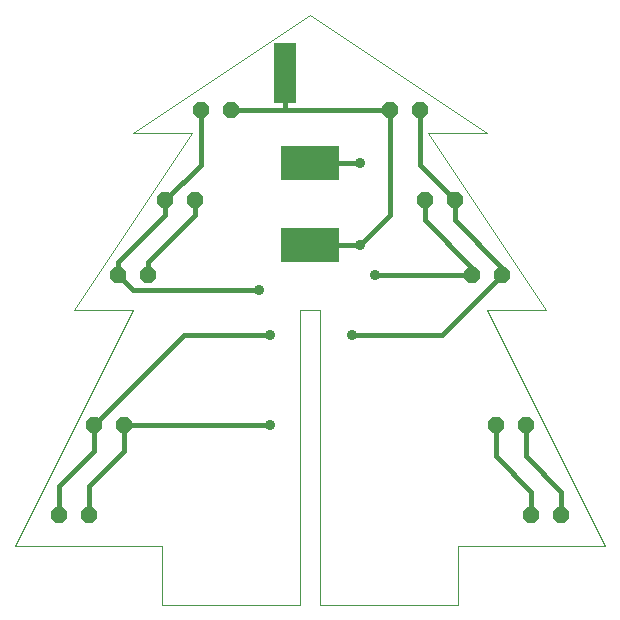
<source format=gbl>
G75*
G70*
%OFA0B0*%
%FSLAX24Y24*%
%IPPOS*%
%LPD*%
%AMOC8*
5,1,8,0,0,1.08239X$1,22.5*
%
%ADD10C,0.0000*%
%ADD11OC8,0.0520*%
%ADD12R,0.1969X0.1181*%
%ADD13R,0.0750X0.2000*%
%ADD14C,0.0160*%
%ADD15C,0.0357*%
D10*
X000111Y002079D02*
X004048Y009953D01*
X002079Y009953D01*
X006016Y015859D01*
X004048Y015859D01*
X009953Y019796D01*
X015859Y015859D01*
X013890Y015859D01*
X017827Y009953D01*
X015859Y009953D01*
X019796Y002079D01*
X014890Y002079D01*
X014890Y000111D01*
X010288Y000111D01*
X010288Y009953D01*
X009619Y009953D01*
X009619Y000111D01*
X005016Y000111D01*
X005016Y002079D01*
X000111Y002079D01*
D11*
X001579Y003111D03*
X002579Y003111D03*
X002760Y006111D03*
X003760Y006111D03*
X003548Y011111D03*
X004548Y011111D03*
X005123Y013611D03*
X006123Y013611D03*
X006304Y016611D03*
X007304Y016611D03*
X012603Y016611D03*
X013603Y016611D03*
X013784Y013611D03*
X014784Y013611D03*
X015359Y011111D03*
X016359Y011111D03*
X016146Y006111D03*
X017146Y006111D03*
X017327Y003111D03*
X018327Y003111D03*
D12*
X009953Y012111D03*
X009953Y014861D03*
D13*
X009111Y017861D03*
D14*
X009111Y016611D01*
X012603Y016611D01*
X012603Y013103D01*
X011611Y012111D01*
X009953Y012111D01*
X008236Y010611D02*
X004048Y010611D01*
X003548Y011111D01*
X003548Y011548D01*
X005123Y013123D01*
X005123Y013611D01*
X006304Y014792D01*
X006304Y016611D01*
X007304Y016611D02*
X009111Y016611D01*
X009953Y014861D02*
X011611Y014861D01*
X013603Y014792D02*
X014784Y013611D01*
X014784Y012938D01*
X016359Y011363D01*
X016359Y011111D01*
X014359Y009111D01*
X011361Y009111D01*
X012111Y011111D02*
X015359Y011111D01*
X015359Y011363D01*
X013784Y012938D01*
X013784Y013611D01*
X013603Y014792D02*
X013603Y016611D01*
X008611Y009111D02*
X005760Y009111D01*
X002760Y006111D01*
X002760Y005260D01*
X001579Y004079D01*
X001579Y003111D01*
X002579Y003111D02*
X002579Y004079D01*
X003760Y005260D01*
X003760Y006111D01*
X008611Y006111D01*
X004548Y011111D02*
X004548Y011548D01*
X006123Y013123D01*
X006123Y013611D01*
X016146Y006111D02*
X016146Y005075D01*
X017327Y003894D01*
X017327Y003111D01*
X018327Y003111D02*
X018327Y003894D01*
X017146Y005075D01*
X017146Y006111D01*
D15*
X012111Y011111D03*
X011611Y012111D03*
X011611Y014861D03*
X008236Y010611D03*
X008611Y009111D03*
X011361Y009111D03*
X008611Y006111D03*
M02*

</source>
